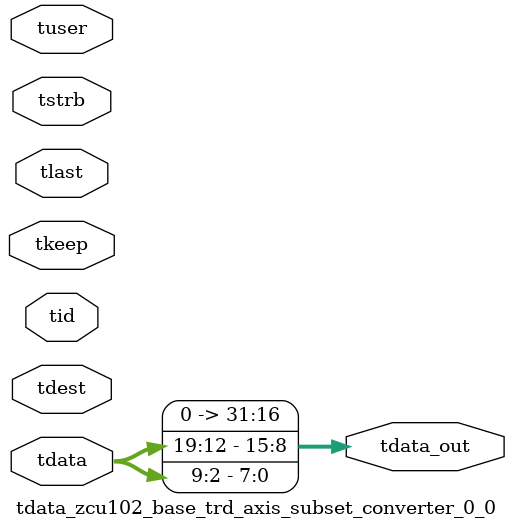
<source format=v>


`timescale 1ps/1ps

module tdata_zcu102_base_trd_axis_subset_converter_0_0 #
(
parameter C_S_AXIS_TDATA_WIDTH = 32,
parameter C_S_AXIS_TUSER_WIDTH = 0,
parameter C_S_AXIS_TID_WIDTH   = 0,
parameter C_S_AXIS_TDEST_WIDTH = 0,
parameter C_M_AXIS_TDATA_WIDTH = 32
)
(
input  [(C_S_AXIS_TDATA_WIDTH == 0 ? 1 : C_S_AXIS_TDATA_WIDTH)-1:0     ] tdata,
input  [(C_S_AXIS_TUSER_WIDTH == 0 ? 1 : C_S_AXIS_TUSER_WIDTH)-1:0     ] tuser,
input  [(C_S_AXIS_TID_WIDTH   == 0 ? 1 : C_S_AXIS_TID_WIDTH)-1:0       ] tid,
input  [(C_S_AXIS_TDEST_WIDTH == 0 ? 1 : C_S_AXIS_TDEST_WIDTH)-1:0     ] tdest,
input  [(C_S_AXIS_TDATA_WIDTH/8)-1:0 ] tkeep,
input  [(C_S_AXIS_TDATA_WIDTH/8)-1:0 ] tstrb,
input                                                                    tlast,
output [C_M_AXIS_TDATA_WIDTH-1:0] tdata_out
);

assign tdata_out = {tdata[19:12],tdata[9:2]};

endmodule


</source>
